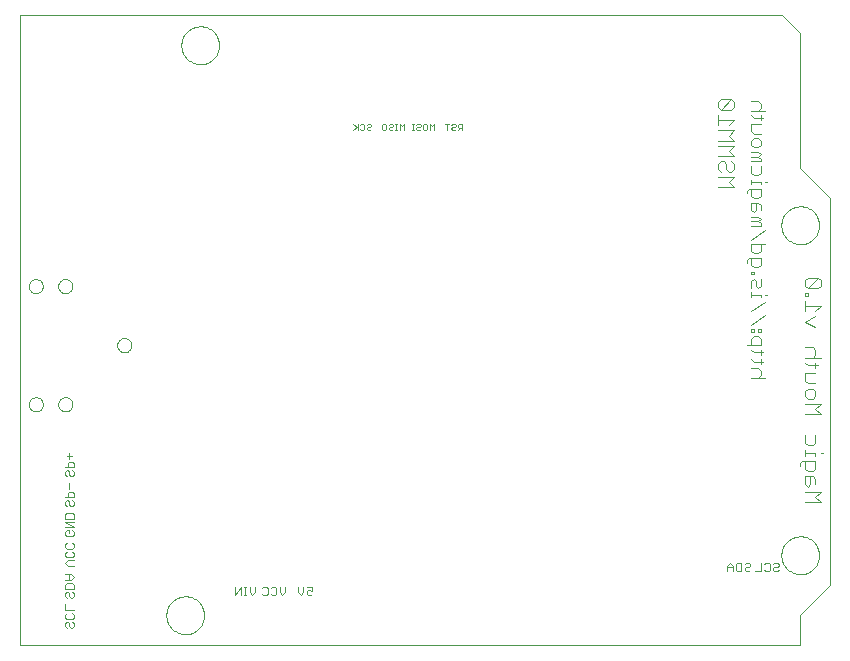
<source format=gbo>
G75*
G70*
%OFA0B0*%
%FSLAX24Y24*%
%IPPOS*%
%LPD*%
%AMOC8*
5,1,8,0,0,1.08239X$1,22.5*
%
%ADD10C,0.0000*%
%ADD11C,0.0030*%
%ADD12C,0.0020*%
%ADD13C,0.0040*%
D10*
X001199Y000500D02*
X001199Y021500D01*
X026599Y021500D01*
X027199Y020900D01*
X027199Y016400D01*
X028199Y015400D01*
X028199Y002500D01*
X027199Y001500D01*
X027199Y000500D01*
X001199Y000500D01*
X001199Y021496D01*
X026599Y021501D01*
X027199Y020900D01*
X027199Y016400D01*
X028199Y015400D01*
X028199Y002500D01*
X027199Y001500D01*
X027199Y000500D01*
X001199Y000500D01*
X006069Y001500D02*
X006071Y001550D01*
X006077Y001600D01*
X006087Y001649D01*
X006101Y001697D01*
X006118Y001744D01*
X006139Y001789D01*
X006164Y001833D01*
X006192Y001874D01*
X006224Y001913D01*
X006258Y001950D01*
X006295Y001984D01*
X006335Y002014D01*
X006377Y002041D01*
X006421Y002065D01*
X006467Y002086D01*
X006514Y002102D01*
X006562Y002115D01*
X006612Y002124D01*
X006661Y002129D01*
X006712Y002130D01*
X006762Y002127D01*
X006811Y002120D01*
X006860Y002109D01*
X006908Y002094D01*
X006954Y002076D01*
X006999Y002054D01*
X007042Y002028D01*
X007083Y001999D01*
X007122Y001967D01*
X007158Y001932D01*
X007190Y001894D01*
X007220Y001854D01*
X007247Y001811D01*
X007270Y001767D01*
X007289Y001721D01*
X007305Y001673D01*
X007317Y001624D01*
X007325Y001575D01*
X007329Y001525D01*
X007329Y001475D01*
X007325Y001425D01*
X007317Y001376D01*
X007305Y001327D01*
X007289Y001279D01*
X007270Y001233D01*
X007247Y001189D01*
X007220Y001146D01*
X007190Y001106D01*
X007158Y001068D01*
X007122Y001033D01*
X007083Y001001D01*
X007042Y000972D01*
X006999Y000946D01*
X006954Y000924D01*
X006908Y000906D01*
X006860Y000891D01*
X006811Y000880D01*
X006762Y000873D01*
X006712Y000870D01*
X006661Y000871D01*
X006612Y000876D01*
X006562Y000885D01*
X006514Y000898D01*
X006467Y000914D01*
X006421Y000935D01*
X006377Y000959D01*
X006335Y000986D01*
X006295Y001016D01*
X006258Y001050D01*
X006224Y001087D01*
X006192Y001126D01*
X006164Y001167D01*
X006139Y001211D01*
X006118Y001256D01*
X006101Y001303D01*
X006087Y001351D01*
X006077Y001400D01*
X006071Y001450D01*
X006069Y001500D01*
X002463Y008531D02*
X002465Y008561D01*
X002471Y008591D01*
X002480Y008620D01*
X002493Y008647D01*
X002510Y008672D01*
X002529Y008695D01*
X002552Y008716D01*
X002577Y008733D01*
X002603Y008747D01*
X002632Y008757D01*
X002661Y008764D01*
X002691Y008767D01*
X002722Y008766D01*
X002752Y008761D01*
X002781Y008752D01*
X002808Y008740D01*
X002834Y008725D01*
X002858Y008706D01*
X002879Y008684D01*
X002897Y008660D01*
X002912Y008633D01*
X002923Y008605D01*
X002931Y008576D01*
X002935Y008546D01*
X002935Y008516D01*
X002931Y008486D01*
X002923Y008457D01*
X002912Y008429D01*
X002897Y008402D01*
X002879Y008378D01*
X002858Y008356D01*
X002834Y008337D01*
X002808Y008322D01*
X002781Y008310D01*
X002752Y008301D01*
X002722Y008296D01*
X002691Y008295D01*
X002661Y008298D01*
X002632Y008305D01*
X002603Y008315D01*
X002577Y008329D01*
X002552Y008346D01*
X002529Y008367D01*
X002510Y008390D01*
X002493Y008415D01*
X002480Y008442D01*
X002471Y008471D01*
X002465Y008501D01*
X002463Y008531D01*
X001479Y008531D02*
X001481Y008561D01*
X001487Y008591D01*
X001496Y008620D01*
X001509Y008647D01*
X001526Y008672D01*
X001545Y008695D01*
X001568Y008716D01*
X001593Y008733D01*
X001619Y008747D01*
X001648Y008757D01*
X001677Y008764D01*
X001707Y008767D01*
X001738Y008766D01*
X001768Y008761D01*
X001797Y008752D01*
X001824Y008740D01*
X001850Y008725D01*
X001874Y008706D01*
X001895Y008684D01*
X001913Y008660D01*
X001928Y008633D01*
X001939Y008605D01*
X001947Y008576D01*
X001951Y008546D01*
X001951Y008516D01*
X001947Y008486D01*
X001939Y008457D01*
X001928Y008429D01*
X001913Y008402D01*
X001895Y008378D01*
X001874Y008356D01*
X001850Y008337D01*
X001824Y008322D01*
X001797Y008310D01*
X001768Y008301D01*
X001738Y008296D01*
X001707Y008295D01*
X001677Y008298D01*
X001648Y008305D01*
X001619Y008315D01*
X001593Y008329D01*
X001568Y008346D01*
X001545Y008367D01*
X001526Y008390D01*
X001509Y008415D01*
X001496Y008442D01*
X001487Y008471D01*
X001481Y008501D01*
X001479Y008531D01*
X004432Y010500D02*
X004434Y010530D01*
X004440Y010560D01*
X004449Y010589D01*
X004462Y010616D01*
X004479Y010641D01*
X004498Y010664D01*
X004521Y010685D01*
X004546Y010702D01*
X004572Y010716D01*
X004601Y010726D01*
X004630Y010733D01*
X004660Y010736D01*
X004691Y010735D01*
X004721Y010730D01*
X004750Y010721D01*
X004777Y010709D01*
X004803Y010694D01*
X004827Y010675D01*
X004848Y010653D01*
X004866Y010629D01*
X004881Y010602D01*
X004892Y010574D01*
X004900Y010545D01*
X004904Y010515D01*
X004904Y010485D01*
X004900Y010455D01*
X004892Y010426D01*
X004881Y010398D01*
X004866Y010371D01*
X004848Y010347D01*
X004827Y010325D01*
X004803Y010306D01*
X004777Y010291D01*
X004750Y010279D01*
X004721Y010270D01*
X004691Y010265D01*
X004660Y010264D01*
X004630Y010267D01*
X004601Y010274D01*
X004572Y010284D01*
X004546Y010298D01*
X004521Y010315D01*
X004498Y010336D01*
X004479Y010359D01*
X004462Y010384D01*
X004449Y010411D01*
X004440Y010440D01*
X004434Y010470D01*
X004432Y010500D01*
X002463Y012469D02*
X002465Y012499D01*
X002471Y012529D01*
X002480Y012558D01*
X002493Y012585D01*
X002510Y012610D01*
X002529Y012633D01*
X002552Y012654D01*
X002577Y012671D01*
X002603Y012685D01*
X002632Y012695D01*
X002661Y012702D01*
X002691Y012705D01*
X002722Y012704D01*
X002752Y012699D01*
X002781Y012690D01*
X002808Y012678D01*
X002834Y012663D01*
X002858Y012644D01*
X002879Y012622D01*
X002897Y012598D01*
X002912Y012571D01*
X002923Y012543D01*
X002931Y012514D01*
X002935Y012484D01*
X002935Y012454D01*
X002931Y012424D01*
X002923Y012395D01*
X002912Y012367D01*
X002897Y012340D01*
X002879Y012316D01*
X002858Y012294D01*
X002834Y012275D01*
X002808Y012260D01*
X002781Y012248D01*
X002752Y012239D01*
X002722Y012234D01*
X002691Y012233D01*
X002661Y012236D01*
X002632Y012243D01*
X002603Y012253D01*
X002577Y012267D01*
X002552Y012284D01*
X002529Y012305D01*
X002510Y012328D01*
X002493Y012353D01*
X002480Y012380D01*
X002471Y012409D01*
X002465Y012439D01*
X002463Y012469D01*
X001479Y012469D02*
X001481Y012499D01*
X001487Y012529D01*
X001496Y012558D01*
X001509Y012585D01*
X001526Y012610D01*
X001545Y012633D01*
X001568Y012654D01*
X001593Y012671D01*
X001619Y012685D01*
X001648Y012695D01*
X001677Y012702D01*
X001707Y012705D01*
X001738Y012704D01*
X001768Y012699D01*
X001797Y012690D01*
X001824Y012678D01*
X001850Y012663D01*
X001874Y012644D01*
X001895Y012622D01*
X001913Y012598D01*
X001928Y012571D01*
X001939Y012543D01*
X001947Y012514D01*
X001951Y012484D01*
X001951Y012454D01*
X001947Y012424D01*
X001939Y012395D01*
X001928Y012367D01*
X001913Y012340D01*
X001895Y012316D01*
X001874Y012294D01*
X001850Y012275D01*
X001824Y012260D01*
X001797Y012248D01*
X001768Y012239D01*
X001738Y012234D01*
X001707Y012233D01*
X001677Y012236D01*
X001648Y012243D01*
X001619Y012253D01*
X001593Y012267D01*
X001568Y012284D01*
X001545Y012305D01*
X001526Y012328D01*
X001509Y012353D01*
X001496Y012380D01*
X001487Y012409D01*
X001481Y012439D01*
X001479Y012469D01*
X006569Y020500D02*
X006571Y020550D01*
X006577Y020600D01*
X006587Y020649D01*
X006601Y020697D01*
X006618Y020744D01*
X006639Y020789D01*
X006664Y020833D01*
X006692Y020874D01*
X006724Y020913D01*
X006758Y020950D01*
X006795Y020984D01*
X006835Y021014D01*
X006877Y021041D01*
X006921Y021065D01*
X006967Y021086D01*
X007014Y021102D01*
X007062Y021115D01*
X007112Y021124D01*
X007161Y021129D01*
X007212Y021130D01*
X007262Y021127D01*
X007311Y021120D01*
X007360Y021109D01*
X007408Y021094D01*
X007454Y021076D01*
X007499Y021054D01*
X007542Y021028D01*
X007583Y020999D01*
X007622Y020967D01*
X007658Y020932D01*
X007690Y020894D01*
X007720Y020854D01*
X007747Y020811D01*
X007770Y020767D01*
X007789Y020721D01*
X007805Y020673D01*
X007817Y020624D01*
X007825Y020575D01*
X007829Y020525D01*
X007829Y020475D01*
X007825Y020425D01*
X007817Y020376D01*
X007805Y020327D01*
X007789Y020279D01*
X007770Y020233D01*
X007747Y020189D01*
X007720Y020146D01*
X007690Y020106D01*
X007658Y020068D01*
X007622Y020033D01*
X007583Y020001D01*
X007542Y019972D01*
X007499Y019946D01*
X007454Y019924D01*
X007408Y019906D01*
X007360Y019891D01*
X007311Y019880D01*
X007262Y019873D01*
X007212Y019870D01*
X007161Y019871D01*
X007112Y019876D01*
X007062Y019885D01*
X007014Y019898D01*
X006967Y019914D01*
X006921Y019935D01*
X006877Y019959D01*
X006835Y019986D01*
X006795Y020016D01*
X006758Y020050D01*
X006724Y020087D01*
X006692Y020126D01*
X006664Y020167D01*
X006639Y020211D01*
X006618Y020256D01*
X006601Y020303D01*
X006587Y020351D01*
X006577Y020400D01*
X006571Y020450D01*
X006569Y020500D01*
X026569Y014500D02*
X026571Y014550D01*
X026577Y014600D01*
X026587Y014649D01*
X026601Y014697D01*
X026618Y014744D01*
X026639Y014789D01*
X026664Y014833D01*
X026692Y014874D01*
X026724Y014913D01*
X026758Y014950D01*
X026795Y014984D01*
X026835Y015014D01*
X026877Y015041D01*
X026921Y015065D01*
X026967Y015086D01*
X027014Y015102D01*
X027062Y015115D01*
X027112Y015124D01*
X027161Y015129D01*
X027212Y015130D01*
X027262Y015127D01*
X027311Y015120D01*
X027360Y015109D01*
X027408Y015094D01*
X027454Y015076D01*
X027499Y015054D01*
X027542Y015028D01*
X027583Y014999D01*
X027622Y014967D01*
X027658Y014932D01*
X027690Y014894D01*
X027720Y014854D01*
X027747Y014811D01*
X027770Y014767D01*
X027789Y014721D01*
X027805Y014673D01*
X027817Y014624D01*
X027825Y014575D01*
X027829Y014525D01*
X027829Y014475D01*
X027825Y014425D01*
X027817Y014376D01*
X027805Y014327D01*
X027789Y014279D01*
X027770Y014233D01*
X027747Y014189D01*
X027720Y014146D01*
X027690Y014106D01*
X027658Y014068D01*
X027622Y014033D01*
X027583Y014001D01*
X027542Y013972D01*
X027499Y013946D01*
X027454Y013924D01*
X027408Y013906D01*
X027360Y013891D01*
X027311Y013880D01*
X027262Y013873D01*
X027212Y013870D01*
X027161Y013871D01*
X027112Y013876D01*
X027062Y013885D01*
X027014Y013898D01*
X026967Y013914D01*
X026921Y013935D01*
X026877Y013959D01*
X026835Y013986D01*
X026795Y014016D01*
X026758Y014050D01*
X026724Y014087D01*
X026692Y014126D01*
X026664Y014167D01*
X026639Y014211D01*
X026618Y014256D01*
X026601Y014303D01*
X026587Y014351D01*
X026577Y014400D01*
X026571Y014450D01*
X026569Y014500D01*
X026569Y003500D02*
X026571Y003550D01*
X026577Y003600D01*
X026587Y003649D01*
X026601Y003697D01*
X026618Y003744D01*
X026639Y003789D01*
X026664Y003833D01*
X026692Y003874D01*
X026724Y003913D01*
X026758Y003950D01*
X026795Y003984D01*
X026835Y004014D01*
X026877Y004041D01*
X026921Y004065D01*
X026967Y004086D01*
X027014Y004102D01*
X027062Y004115D01*
X027112Y004124D01*
X027161Y004129D01*
X027212Y004130D01*
X027262Y004127D01*
X027311Y004120D01*
X027360Y004109D01*
X027408Y004094D01*
X027454Y004076D01*
X027499Y004054D01*
X027542Y004028D01*
X027583Y003999D01*
X027622Y003967D01*
X027658Y003932D01*
X027690Y003894D01*
X027720Y003854D01*
X027747Y003811D01*
X027770Y003767D01*
X027789Y003721D01*
X027805Y003673D01*
X027817Y003624D01*
X027825Y003575D01*
X027829Y003525D01*
X027829Y003475D01*
X027825Y003425D01*
X027817Y003376D01*
X027805Y003327D01*
X027789Y003279D01*
X027770Y003233D01*
X027747Y003189D01*
X027720Y003146D01*
X027690Y003106D01*
X027658Y003068D01*
X027622Y003033D01*
X027583Y003001D01*
X027542Y002972D01*
X027499Y002946D01*
X027454Y002924D01*
X027408Y002906D01*
X027360Y002891D01*
X027311Y002880D01*
X027262Y002873D01*
X027212Y002870D01*
X027161Y002871D01*
X027112Y002876D01*
X027062Y002885D01*
X027014Y002898D01*
X026967Y002914D01*
X026921Y002935D01*
X026877Y002959D01*
X026835Y002986D01*
X026795Y003016D01*
X026758Y003050D01*
X026724Y003087D01*
X026692Y003126D01*
X026664Y003167D01*
X026639Y003211D01*
X026618Y003256D01*
X026601Y003303D01*
X026587Y003351D01*
X026577Y003400D01*
X026571Y003450D01*
X026569Y003500D01*
D11*
X026436Y003255D02*
X026339Y003255D01*
X026291Y003207D01*
X026189Y003207D02*
X026189Y003013D01*
X026141Y002965D01*
X026044Y002965D01*
X025996Y003013D01*
X025895Y002965D02*
X025701Y002965D01*
X025534Y003013D02*
X025486Y002965D01*
X025389Y002965D01*
X025341Y003013D01*
X025341Y003062D01*
X025389Y003110D01*
X025486Y003110D01*
X025534Y003158D01*
X025534Y003207D01*
X025486Y003255D01*
X025389Y003255D01*
X025341Y003207D01*
X025239Y003255D02*
X025239Y002965D01*
X025094Y002965D01*
X025046Y003013D01*
X025046Y003207D01*
X025094Y003255D01*
X025239Y003255D01*
X024945Y003158D02*
X024848Y003255D01*
X024751Y003158D01*
X024751Y002965D01*
X024751Y003110D02*
X024945Y003110D01*
X024945Y003158D02*
X024945Y002965D01*
X025895Y002965D02*
X025895Y003255D01*
X025996Y003207D02*
X026044Y003255D01*
X026141Y003255D01*
X026189Y003207D01*
X026291Y003062D02*
X026291Y003013D01*
X026339Y002965D01*
X026436Y002965D01*
X026484Y003013D01*
X026436Y003110D02*
X026339Y003110D01*
X026291Y003062D01*
X026436Y003110D02*
X026484Y003158D01*
X026484Y003207D01*
X026436Y003255D01*
X010934Y002455D02*
X010934Y002310D01*
X010837Y002358D01*
X010789Y002358D01*
X010741Y002310D01*
X010741Y002213D01*
X010789Y002165D01*
X010886Y002165D01*
X010934Y002213D01*
X010934Y002455D02*
X010741Y002455D01*
X010639Y002455D02*
X010639Y002262D01*
X010543Y002165D01*
X010446Y002262D01*
X010446Y002455D01*
X010034Y002455D02*
X010034Y002262D01*
X009937Y002165D01*
X009841Y002262D01*
X009841Y002455D01*
X009739Y002407D02*
X009739Y002213D01*
X009691Y002165D01*
X009594Y002165D01*
X009546Y002213D01*
X009445Y002213D02*
X009396Y002165D01*
X009300Y002165D01*
X009251Y002213D01*
X009445Y002213D02*
X009445Y002407D01*
X009396Y002455D01*
X009300Y002455D01*
X009251Y002407D01*
X009034Y002455D02*
X009034Y002262D01*
X008937Y002165D01*
X008841Y002262D01*
X008841Y002455D01*
X008739Y002455D02*
X008643Y002455D01*
X008691Y002455D02*
X008691Y002165D01*
X008739Y002165D02*
X008643Y002165D01*
X008543Y002165D02*
X008543Y002455D01*
X008349Y002165D01*
X008349Y002455D01*
X009546Y002407D02*
X009594Y002455D01*
X009691Y002455D01*
X009739Y002407D01*
X002984Y002521D02*
X002984Y002376D01*
X002694Y002376D01*
X002694Y002521D01*
X002742Y002569D01*
X002936Y002569D01*
X002984Y002521D01*
X002888Y002670D02*
X002694Y002670D01*
X002839Y002670D02*
X002839Y002864D01*
X002888Y002864D02*
X002694Y002864D01*
X002888Y002864D02*
X002984Y002767D01*
X002888Y002670D01*
X002936Y002275D02*
X002984Y002226D01*
X002984Y002129D01*
X002936Y002081D01*
X002888Y002081D01*
X002839Y002129D01*
X002839Y002226D01*
X002791Y002275D01*
X002742Y002275D01*
X002694Y002226D01*
X002694Y002129D01*
X002742Y002081D01*
X002694Y001864D02*
X002694Y001670D01*
X002984Y001670D01*
X002936Y001569D02*
X002984Y001521D01*
X002984Y001424D01*
X002936Y001376D01*
X002742Y001376D01*
X002694Y001424D01*
X002694Y001521D01*
X002742Y001569D01*
X002742Y001275D02*
X002694Y001226D01*
X002694Y001129D01*
X002742Y001081D01*
X002839Y001129D02*
X002839Y001226D01*
X002791Y001275D01*
X002742Y001275D01*
X002839Y001129D02*
X002888Y001081D01*
X002936Y001081D01*
X002984Y001129D01*
X002984Y001226D01*
X002936Y001275D01*
X002984Y003131D02*
X002791Y003131D01*
X002694Y003228D01*
X002791Y003325D01*
X002984Y003325D01*
X002936Y003426D02*
X002742Y003426D01*
X002694Y003474D01*
X002694Y003571D01*
X002742Y003619D01*
X002742Y003720D02*
X002694Y003769D01*
X002694Y003865D01*
X002742Y003914D01*
X002742Y003720D02*
X002936Y003720D01*
X002984Y003769D01*
X002984Y003865D01*
X002936Y003914D01*
X002936Y004131D02*
X002742Y004131D01*
X002694Y004179D01*
X002694Y004276D01*
X002742Y004325D01*
X002839Y004325D01*
X002839Y004228D01*
X002936Y004325D02*
X002984Y004276D01*
X002984Y004179D01*
X002936Y004131D01*
X002984Y004426D02*
X002694Y004426D01*
X002694Y004619D02*
X002984Y004619D01*
X002984Y004720D02*
X002984Y004865D01*
X002936Y004914D01*
X002742Y004914D01*
X002694Y004865D01*
X002694Y004720D01*
X002984Y004720D01*
X002984Y004426D02*
X002694Y004619D01*
X002742Y005131D02*
X002694Y005179D01*
X002694Y005276D01*
X002742Y005325D01*
X002791Y005325D01*
X002839Y005276D01*
X002839Y005179D01*
X002888Y005131D01*
X002936Y005131D01*
X002984Y005179D01*
X002984Y005276D01*
X002936Y005325D01*
X002984Y005426D02*
X002694Y005426D01*
X002791Y005426D02*
X002791Y005571D01*
X002839Y005619D01*
X002936Y005619D01*
X002984Y005571D01*
X002984Y005426D01*
X002839Y005720D02*
X002839Y005914D01*
X002888Y006131D02*
X002839Y006179D01*
X002839Y006276D01*
X002791Y006325D01*
X002742Y006325D01*
X002694Y006276D01*
X002694Y006179D01*
X002742Y006131D01*
X002888Y006131D02*
X002936Y006131D01*
X002984Y006179D01*
X002984Y006276D01*
X002936Y006325D01*
X002984Y006426D02*
X002984Y006571D01*
X002936Y006619D01*
X002839Y006619D01*
X002791Y006571D01*
X002791Y006426D01*
X002694Y006426D02*
X002984Y006426D01*
X002839Y006720D02*
X002839Y006914D01*
X002936Y006817D02*
X002742Y006817D01*
X002936Y003619D02*
X002984Y003571D01*
X002984Y003474D01*
X002936Y003426D01*
D12*
X012300Y017660D02*
X012410Y017770D01*
X012447Y017733D02*
X012300Y017880D01*
X012447Y017880D02*
X012447Y017660D01*
X012521Y017697D02*
X012558Y017660D01*
X012631Y017660D01*
X012668Y017697D01*
X012668Y017843D01*
X012631Y017880D01*
X012558Y017880D01*
X012521Y017843D01*
X012742Y017843D02*
X012779Y017880D01*
X012852Y017880D01*
X012889Y017843D01*
X012889Y017807D01*
X012852Y017770D01*
X012779Y017770D01*
X012742Y017733D01*
X012742Y017697D01*
X012779Y017660D01*
X012852Y017660D01*
X012889Y017697D01*
X013253Y017697D02*
X013253Y017843D01*
X013290Y017880D01*
X013363Y017880D01*
X013400Y017843D01*
X013400Y017697D01*
X013363Y017660D01*
X013290Y017660D01*
X013253Y017697D01*
X013474Y017697D02*
X013511Y017660D01*
X013584Y017660D01*
X013621Y017697D01*
X013584Y017770D02*
X013511Y017770D01*
X013474Y017733D01*
X013474Y017697D01*
X013584Y017770D02*
X013621Y017807D01*
X013621Y017843D01*
X013584Y017880D01*
X013511Y017880D01*
X013474Y017843D01*
X013695Y017880D02*
X013768Y017880D01*
X013731Y017880D02*
X013731Y017660D01*
X013695Y017660D02*
X013768Y017660D01*
X013842Y017660D02*
X013842Y017880D01*
X013916Y017807D01*
X013989Y017880D01*
X013989Y017660D01*
X014253Y017660D02*
X014326Y017660D01*
X014289Y017660D02*
X014289Y017880D01*
X014253Y017880D02*
X014326Y017880D01*
X014400Y017843D02*
X014437Y017880D01*
X014510Y017880D01*
X014547Y017843D01*
X014547Y017807D01*
X014510Y017770D01*
X014437Y017770D01*
X014400Y017733D01*
X014400Y017697D01*
X014437Y017660D01*
X014510Y017660D01*
X014547Y017697D01*
X014621Y017697D02*
X014621Y017843D01*
X014658Y017880D01*
X014731Y017880D01*
X014768Y017843D01*
X014768Y017697D01*
X014731Y017660D01*
X014658Y017660D01*
X014621Y017697D01*
X014842Y017660D02*
X014842Y017880D01*
X014916Y017807D01*
X014989Y017880D01*
X014989Y017660D01*
X015350Y017880D02*
X015497Y017880D01*
X015424Y017880D02*
X015424Y017660D01*
X015571Y017697D02*
X015608Y017660D01*
X015681Y017660D01*
X015718Y017697D01*
X015681Y017770D02*
X015608Y017770D01*
X015571Y017733D01*
X015571Y017697D01*
X015681Y017770D02*
X015718Y017807D01*
X015718Y017843D01*
X015681Y017880D01*
X015608Y017880D01*
X015571Y017843D01*
X015792Y017843D02*
X015792Y017770D01*
X015829Y017733D01*
X015939Y017733D01*
X015939Y017660D02*
X015939Y017880D01*
X015829Y017880D01*
X015792Y017843D01*
X015866Y017733D02*
X015792Y017660D01*
D13*
X024469Y017664D02*
X024989Y017664D01*
X024816Y017490D01*
X024989Y017317D01*
X024469Y017317D01*
X024469Y017148D02*
X024989Y017148D01*
X024816Y016975D01*
X024989Y016801D01*
X024469Y016801D01*
X024556Y016633D02*
X024469Y016546D01*
X024469Y016372D01*
X024556Y016286D01*
X024469Y016117D02*
X024989Y016117D01*
X024816Y015943D01*
X024989Y015770D01*
X024469Y015770D01*
X024816Y016286D02*
X024729Y016372D01*
X024729Y016546D01*
X024643Y016633D01*
X024556Y016633D01*
X024903Y016633D02*
X024989Y016546D01*
X024989Y016372D01*
X024903Y016286D01*
X024816Y016286D01*
X025569Y016249D02*
X025569Y016479D01*
X025569Y016633D02*
X025876Y016633D01*
X025876Y016710D01*
X025799Y016786D01*
X025876Y016863D01*
X025799Y016940D01*
X025569Y016940D01*
X025569Y016786D02*
X025799Y016786D01*
X025799Y017093D02*
X025646Y017093D01*
X025569Y017170D01*
X025569Y017323D01*
X025646Y017400D01*
X025799Y017400D01*
X025876Y017323D01*
X025876Y017170D01*
X025799Y017093D01*
X025876Y017554D02*
X025646Y017554D01*
X025569Y017630D01*
X025569Y017861D01*
X025876Y017861D01*
X025876Y018014D02*
X025876Y018167D01*
X025953Y018091D02*
X025646Y018091D01*
X025569Y018167D01*
X025569Y018321D02*
X026029Y018321D01*
X025876Y018398D02*
X025876Y018551D01*
X025799Y018628D01*
X025569Y018628D01*
X025799Y018321D02*
X025876Y018398D01*
X024989Y018435D02*
X024989Y018608D01*
X024903Y018695D01*
X024556Y018348D01*
X024469Y018435D01*
X024469Y018608D01*
X024556Y018695D01*
X024903Y018695D01*
X024989Y018435D02*
X024903Y018348D01*
X024556Y018348D01*
X024469Y018180D02*
X024469Y017833D01*
X024469Y018006D02*
X024989Y018006D01*
X024816Y017833D01*
X025876Y016479D02*
X025876Y016249D01*
X025799Y016172D01*
X025646Y016172D01*
X025569Y016249D01*
X025569Y016019D02*
X025569Y015865D01*
X025569Y015942D02*
X025876Y015942D01*
X025876Y015865D01*
X025876Y015712D02*
X025876Y015482D01*
X025799Y015405D01*
X025646Y015405D01*
X025569Y015482D01*
X025569Y015712D01*
X025492Y015712D02*
X025876Y015712D01*
X026029Y015942D02*
X026106Y015942D01*
X025492Y015712D02*
X025416Y015635D01*
X025416Y015559D01*
X025569Y015252D02*
X025569Y015021D01*
X025646Y014945D01*
X025723Y015021D01*
X025723Y015252D01*
X025799Y015252D02*
X025569Y015252D01*
X025799Y015252D02*
X025876Y015175D01*
X025876Y015021D01*
X025799Y014791D02*
X025569Y014791D01*
X025569Y014638D02*
X025799Y014638D01*
X025876Y014715D01*
X025799Y014791D01*
X025799Y014638D02*
X025876Y014561D01*
X025876Y014484D01*
X025569Y014484D01*
X025569Y014024D02*
X026029Y014331D01*
X026029Y013870D02*
X025569Y013870D01*
X025569Y013640D01*
X025646Y013564D01*
X025799Y013564D01*
X025876Y013640D01*
X025876Y013870D01*
X025876Y013410D02*
X025492Y013410D01*
X025416Y013333D01*
X025416Y013257D01*
X025569Y013180D02*
X025569Y013410D01*
X025569Y013180D02*
X025646Y013103D01*
X025799Y013103D01*
X025876Y013180D01*
X025876Y013410D01*
X025646Y012950D02*
X025569Y012950D01*
X025569Y012873D01*
X025646Y012873D01*
X025646Y012950D01*
X025646Y012719D02*
X025723Y012643D01*
X025723Y012489D01*
X025799Y012413D01*
X025876Y012489D01*
X025876Y012719D01*
X025646Y012719D02*
X025569Y012643D01*
X025569Y012413D01*
X025569Y012259D02*
X025569Y012106D01*
X025569Y012182D02*
X025876Y012182D01*
X025876Y012106D01*
X026029Y012182D02*
X026106Y012182D01*
X026029Y011952D02*
X025569Y011645D01*
X025569Y011185D02*
X026029Y011492D01*
X025876Y011031D02*
X025799Y011031D01*
X025799Y010955D01*
X025876Y010955D01*
X025876Y011031D01*
X025646Y011031D02*
X025569Y011031D01*
X025569Y010955D01*
X025646Y010955D01*
X025646Y011031D01*
X025646Y010801D02*
X025569Y010724D01*
X025569Y010494D01*
X025569Y010341D02*
X025646Y010264D01*
X025953Y010264D01*
X025876Y010187D02*
X025876Y010341D01*
X025876Y010494D02*
X025876Y010724D01*
X025799Y010801D01*
X025646Y010801D01*
X025416Y010494D02*
X025876Y010494D01*
X025876Y010034D02*
X025876Y009880D01*
X025953Y009957D02*
X025646Y009957D01*
X025569Y010034D01*
X025569Y009727D02*
X025799Y009727D01*
X025876Y009650D01*
X025876Y009497D01*
X025799Y009420D01*
X026029Y009420D02*
X025569Y009420D01*
X027359Y009311D02*
X027359Y009572D01*
X027706Y009572D01*
X027706Y009740D02*
X027706Y009914D01*
X027793Y009827D02*
X027446Y009827D01*
X027359Y009914D01*
X027359Y010084D02*
X027879Y010084D01*
X027706Y010171D02*
X027706Y010344D01*
X027619Y010431D01*
X027359Y010431D01*
X027619Y010084D02*
X027706Y010171D01*
X027359Y009311D02*
X027446Y009225D01*
X027706Y009225D01*
X027619Y009056D02*
X027446Y009056D01*
X027359Y008969D01*
X027359Y008796D01*
X027446Y008709D01*
X027619Y008709D01*
X027706Y008796D01*
X027706Y008969D01*
X027619Y009056D01*
X027879Y008540D02*
X027359Y008540D01*
X027706Y008367D02*
X027879Y008540D01*
X027706Y008367D02*
X027879Y008193D01*
X027359Y008193D01*
X027359Y007509D02*
X027359Y007249D01*
X027446Y007162D01*
X027619Y007162D01*
X027706Y007249D01*
X027706Y007509D01*
X027359Y006992D02*
X027359Y006818D01*
X027359Y006905D02*
X027706Y006905D01*
X027706Y006818D01*
X027706Y006650D02*
X027272Y006650D01*
X027186Y006563D01*
X027186Y006476D01*
X027359Y006389D02*
X027359Y006650D01*
X027359Y006389D02*
X027446Y006303D01*
X027619Y006303D01*
X027706Y006389D01*
X027706Y006650D01*
X027879Y006905D02*
X027966Y006905D01*
X027619Y006134D02*
X027359Y006134D01*
X027359Y005874D01*
X027446Y005787D01*
X027533Y005874D01*
X027533Y006134D01*
X027619Y006134D02*
X027706Y006047D01*
X027706Y005874D01*
X027879Y005618D02*
X027359Y005618D01*
X027359Y005271D02*
X027879Y005271D01*
X027706Y005445D01*
X027879Y005618D01*
X027706Y011115D02*
X027359Y011289D01*
X027706Y011462D01*
X027706Y011631D02*
X027879Y011804D01*
X027359Y011804D01*
X027359Y011631D02*
X027359Y011978D01*
X027359Y012147D02*
X027359Y012233D01*
X027446Y012233D01*
X027446Y012147D01*
X027359Y012147D01*
X027446Y012404D02*
X027793Y012751D01*
X027446Y012751D01*
X027359Y012665D01*
X027359Y012491D01*
X027446Y012404D01*
X027793Y012404D01*
X027879Y012491D01*
X027879Y012665D01*
X027793Y012751D01*
M02*

</source>
